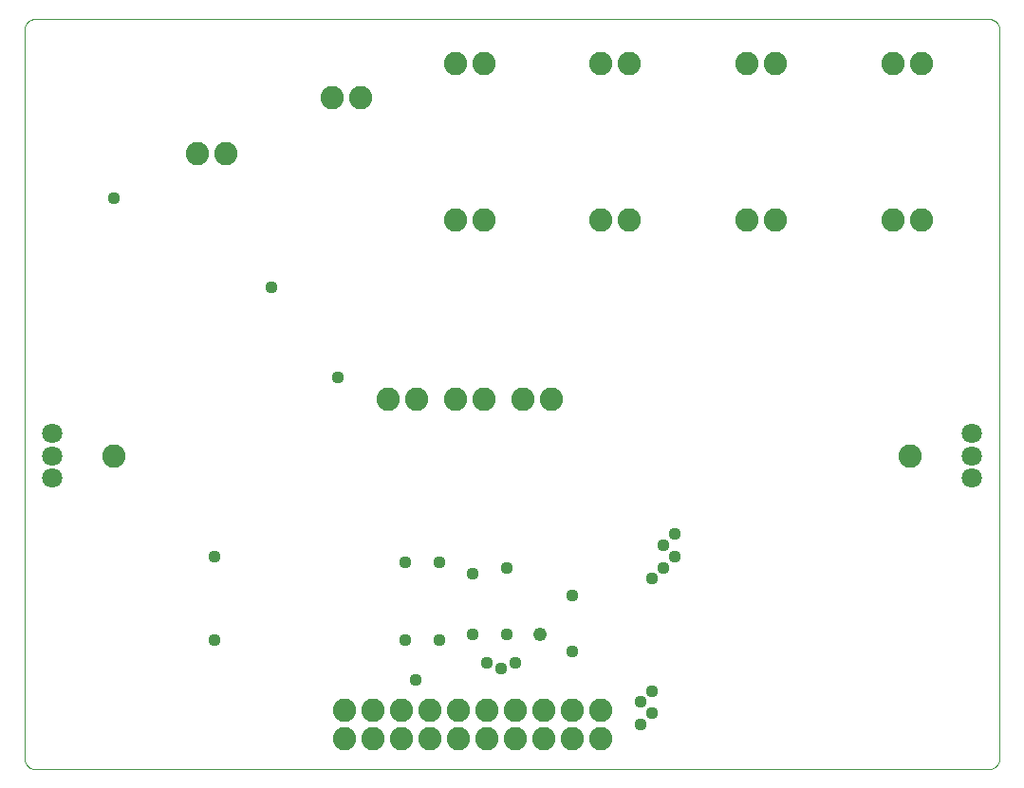
<source format=gbs>
G75*
%MOIN*%
%OFA0B0*%
%FSLAX25Y25*%
%IPPOS*%
%LPD*%
%AMOC8*
5,1,8,0,0,1.08239X$1,22.5*
%
%ADD10C,0.00000*%
%ADD11C,0.08200*%
%ADD12C,0.07099*%
%ADD13C,0.04369*%
%ADD14C,0.04762*%
D10*
X0005737Y0001800D02*
X0340383Y0001800D01*
X0340507Y0001802D01*
X0340630Y0001808D01*
X0340754Y0001817D01*
X0340876Y0001831D01*
X0340999Y0001848D01*
X0341121Y0001870D01*
X0341242Y0001895D01*
X0341362Y0001924D01*
X0341481Y0001956D01*
X0341600Y0001993D01*
X0341717Y0002033D01*
X0341832Y0002076D01*
X0341947Y0002124D01*
X0342059Y0002175D01*
X0342170Y0002229D01*
X0342280Y0002287D01*
X0342387Y0002348D01*
X0342493Y0002413D01*
X0342596Y0002481D01*
X0342697Y0002552D01*
X0342796Y0002626D01*
X0342893Y0002703D01*
X0342987Y0002784D01*
X0343078Y0002867D01*
X0343167Y0002953D01*
X0343253Y0003042D01*
X0343336Y0003133D01*
X0343417Y0003227D01*
X0343494Y0003324D01*
X0343568Y0003423D01*
X0343639Y0003524D01*
X0343707Y0003627D01*
X0343772Y0003733D01*
X0343833Y0003840D01*
X0343891Y0003950D01*
X0343945Y0004061D01*
X0343996Y0004173D01*
X0344044Y0004288D01*
X0344087Y0004403D01*
X0344127Y0004520D01*
X0344164Y0004639D01*
X0344196Y0004758D01*
X0344225Y0004878D01*
X0344250Y0004999D01*
X0344272Y0005121D01*
X0344289Y0005244D01*
X0344303Y0005366D01*
X0344312Y0005490D01*
X0344318Y0005613D01*
X0344320Y0005737D01*
X0344320Y0261643D01*
X0344318Y0261767D01*
X0344312Y0261890D01*
X0344303Y0262014D01*
X0344289Y0262136D01*
X0344272Y0262259D01*
X0344250Y0262381D01*
X0344225Y0262502D01*
X0344196Y0262622D01*
X0344164Y0262741D01*
X0344127Y0262860D01*
X0344087Y0262977D01*
X0344044Y0263092D01*
X0343996Y0263207D01*
X0343945Y0263319D01*
X0343891Y0263430D01*
X0343833Y0263540D01*
X0343772Y0263647D01*
X0343707Y0263753D01*
X0343639Y0263856D01*
X0343568Y0263957D01*
X0343494Y0264056D01*
X0343417Y0264153D01*
X0343336Y0264247D01*
X0343253Y0264338D01*
X0343167Y0264427D01*
X0343078Y0264513D01*
X0342987Y0264596D01*
X0342893Y0264677D01*
X0342796Y0264754D01*
X0342697Y0264828D01*
X0342596Y0264899D01*
X0342493Y0264967D01*
X0342387Y0265032D01*
X0342280Y0265093D01*
X0342170Y0265151D01*
X0342059Y0265205D01*
X0341947Y0265256D01*
X0341832Y0265304D01*
X0341717Y0265347D01*
X0341600Y0265387D01*
X0341481Y0265424D01*
X0341362Y0265456D01*
X0341242Y0265485D01*
X0341121Y0265510D01*
X0340999Y0265532D01*
X0340876Y0265549D01*
X0340754Y0265563D01*
X0340630Y0265572D01*
X0340507Y0265578D01*
X0340383Y0265580D01*
X0005737Y0265580D01*
X0005613Y0265578D01*
X0005490Y0265572D01*
X0005366Y0265563D01*
X0005244Y0265549D01*
X0005121Y0265532D01*
X0004999Y0265510D01*
X0004878Y0265485D01*
X0004758Y0265456D01*
X0004639Y0265424D01*
X0004520Y0265387D01*
X0004403Y0265347D01*
X0004288Y0265304D01*
X0004173Y0265256D01*
X0004061Y0265205D01*
X0003950Y0265151D01*
X0003840Y0265093D01*
X0003733Y0265032D01*
X0003627Y0264967D01*
X0003524Y0264899D01*
X0003423Y0264828D01*
X0003324Y0264754D01*
X0003227Y0264677D01*
X0003133Y0264596D01*
X0003042Y0264513D01*
X0002953Y0264427D01*
X0002867Y0264338D01*
X0002784Y0264247D01*
X0002703Y0264153D01*
X0002626Y0264056D01*
X0002552Y0263957D01*
X0002481Y0263856D01*
X0002413Y0263753D01*
X0002348Y0263647D01*
X0002287Y0263540D01*
X0002229Y0263430D01*
X0002175Y0263319D01*
X0002124Y0263207D01*
X0002076Y0263092D01*
X0002033Y0262977D01*
X0001993Y0262860D01*
X0001956Y0262741D01*
X0001924Y0262622D01*
X0001895Y0262502D01*
X0001870Y0262381D01*
X0001848Y0262259D01*
X0001831Y0262136D01*
X0001817Y0262014D01*
X0001808Y0261890D01*
X0001802Y0261767D01*
X0001800Y0261643D01*
X0001800Y0005737D01*
X0001802Y0005613D01*
X0001808Y0005490D01*
X0001817Y0005366D01*
X0001831Y0005244D01*
X0001848Y0005121D01*
X0001870Y0004999D01*
X0001895Y0004878D01*
X0001924Y0004758D01*
X0001956Y0004639D01*
X0001993Y0004520D01*
X0002033Y0004403D01*
X0002076Y0004288D01*
X0002124Y0004173D01*
X0002175Y0004061D01*
X0002229Y0003950D01*
X0002287Y0003840D01*
X0002348Y0003733D01*
X0002413Y0003627D01*
X0002481Y0003524D01*
X0002552Y0003423D01*
X0002626Y0003324D01*
X0002703Y0003227D01*
X0002784Y0003133D01*
X0002867Y0003042D01*
X0002953Y0002953D01*
X0003042Y0002867D01*
X0003133Y0002784D01*
X0003227Y0002703D01*
X0003324Y0002626D01*
X0003423Y0002552D01*
X0003524Y0002481D01*
X0003627Y0002413D01*
X0003733Y0002348D01*
X0003840Y0002287D01*
X0003950Y0002229D01*
X0004061Y0002175D01*
X0004173Y0002124D01*
X0004288Y0002076D01*
X0004403Y0002033D01*
X0004520Y0001993D01*
X0004639Y0001956D01*
X0004758Y0001924D01*
X0004878Y0001895D01*
X0004999Y0001870D01*
X0005121Y0001848D01*
X0005244Y0001831D01*
X0005366Y0001817D01*
X0005490Y0001808D01*
X0005613Y0001802D01*
X0005737Y0001800D01*
D11*
X0114280Y0012548D03*
X0124280Y0012548D03*
X0134280Y0012548D03*
X0144280Y0012548D03*
X0154280Y0012548D03*
X0164280Y0012548D03*
X0174280Y0012548D03*
X0184280Y0012548D03*
X0194280Y0012548D03*
X0204280Y0012548D03*
X0204280Y0022548D03*
X0194280Y0022548D03*
X0184280Y0022548D03*
X0174280Y0022548D03*
X0164280Y0022548D03*
X0154280Y0022548D03*
X0144280Y0022548D03*
X0134280Y0022548D03*
X0124280Y0022548D03*
X0114280Y0022548D03*
X0033296Y0112036D03*
X0129595Y0131721D03*
X0139595Y0131721D03*
X0153217Y0131721D03*
X0163217Y0131721D03*
X0176839Y0131721D03*
X0186839Y0131721D03*
X0204398Y0194713D03*
X0214398Y0194713D03*
X0255580Y0194713D03*
X0265580Y0194713D03*
X0306761Y0194713D03*
X0316761Y0194713D03*
X0316761Y0249831D03*
X0306761Y0249831D03*
X0265580Y0249831D03*
X0255580Y0249831D03*
X0214398Y0249831D03*
X0204398Y0249831D03*
X0163217Y0249831D03*
X0153217Y0249831D03*
X0119910Y0238020D03*
X0109910Y0238020D03*
X0072666Y0218335D03*
X0062666Y0218335D03*
X0153217Y0194713D03*
X0163217Y0194713D03*
X0312824Y0112036D03*
D12*
X0334674Y0112036D03*
X0334674Y0104162D03*
X0334674Y0119910D03*
X0011446Y0119910D03*
X0011446Y0112036D03*
X0011446Y0104162D03*
D13*
X0068729Y0076603D03*
X0068729Y0047076D03*
X0135658Y0047076D03*
X0147469Y0047076D03*
X0159280Y0049044D03*
X0171091Y0049044D03*
X0174280Y0039202D03*
X0169280Y0037233D03*
X0164280Y0039202D03*
X0139280Y0033296D03*
X0159280Y0070698D03*
X0171091Y0072666D03*
X0147469Y0074635D03*
X0135658Y0074635D03*
X0194280Y0062824D03*
X0194280Y0043139D03*
X0218335Y0025422D03*
X0222272Y0021485D03*
X0218335Y0017548D03*
X0222272Y0029359D03*
X0222272Y0068729D03*
X0226209Y0072666D03*
X0230146Y0076603D03*
X0226209Y0080540D03*
X0230146Y0084477D03*
X0112036Y0139595D03*
X0088414Y0171091D03*
X0033296Y0202587D03*
D14*
X0182902Y0049044D03*
M02*

</source>
